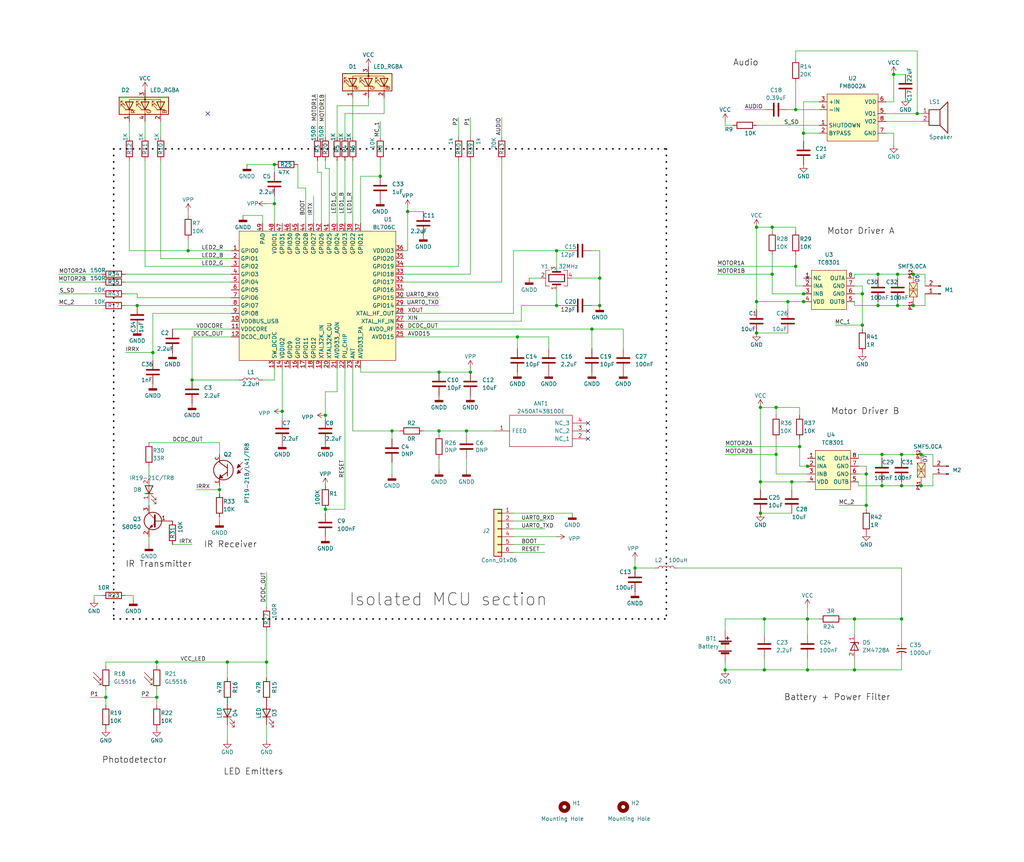
<source format=kicad_sch>
(kicad_sch (version 20230121) (generator eeschema)
  (paper "User" 331.8 279.4)
  (junction (at 260.35 97.79))
  (junction (at 292.1 157.48))
  (junction (at 298.45 157.48))
  (junction (at 132.08 68.58))
  (junction (at 257.81 86.36))
  (junction (at 152.4 120.65))
  (junction (at 276.86 200.66))
  (junction (at 34.29 226.06))
  (junction (at 256.54 156.21))
  (junction (at 88.9 53.34))
  (junction (at 246.38 166.37))
  (junction (at 251.46 147.32))
  (junction (at 290.83 88.9))
  (junction (at 279.4 95.25))
  (junction (at 298.45 147.32))
  (junction (at 105.41 165.1))
  (junction (at 297.18 36.83))
  (junction (at 247.65 217.17))
  (junction (at 260.35 43.18))
  (junction (at 62.23 123.19))
  (junction (at 250.19 73.66))
  (junction (at 105.41 134.62))
  (junction (at 245.11 107.95))
  (junction (at 260.35 95.25))
  (junction (at 289.56 24.13))
  (junction (at 91.44 133.35))
  (junction (at 205.74 184.15))
  (junction (at 246.38 132.08))
  (junction (at 261.62 217.17))
  (junction (at 194.31 99.06))
  (junction (at 88.9 66.04))
  (junction (at 245.11 97.79))
  (junction (at 261.62 200.66))
  (junction (at 49.53 114.3))
  (junction (at 279.4 105.41))
  (junction (at 234.95 217.17))
  (junction (at 86.36 214.63))
  (junction (at 245.11 73.66))
  (junction (at 285.75 157.48))
  (junction (at 151.13 139.7))
  (junction (at 142.24 120.65))
  (junction (at 261.62 151.13))
  (junction (at 191.77 106.68))
  (junction (at 251.46 132.08))
  (junction (at 259.08 144.78))
  (junction (at 295.91 88.9))
  (junction (at 71.12 158.75))
  (junction (at 73.66 214.63))
  (junction (at 246.38 156.21))
  (junction (at 180.34 81.28))
  (junction (at 44.45 99.06))
  (junction (at 292.1 200.66))
  (junction (at 247.65 200.66))
  (junction (at 280.67 153.67))
  (junction (at 167.64 109.22))
  (junction (at 255.27 97.79))
  (junction (at 292.1 147.32))
  (junction (at 285.75 147.32))
  (junction (at 142.24 139.7))
  (junction (at 60.96 81.28))
  (junction (at 290.83 99.06))
  (junction (at 284.48 99.06))
  (junction (at 295.91 99.06))
  (junction (at 250.19 88.9))
  (junction (at 50.8 214.63))
  (junction (at 280.67 163.83))
  (junction (at 127 139.7))
  (junction (at 257.81 35.56))
  (junction (at 123.19 57.15))
  (junction (at 50.8 226.06))
  (junction (at 276.86 217.17))
  (junction (at 180.34 99.06))
  (junction (at 194.31 90.17))
  (junction (at 284.48 88.9))
  (no_connect (at 67.31 36.83))
  (no_connect (at 190.5 137.16))
  (no_connect (at 190.5 142.24))
  (no_connect (at 190.5 139.7))
  (no_connect (at 97.79 -105.41))
  (no_connect (at 261.62 90.17))
  (wire (pts (xy 292.1 213.36) (xy 292.1 217.17)))
  (wire (pts (xy 276.86 95.25) (xy 279.4 95.25)))
  (wire (pts (xy 111.76 119.38) (xy 111.76 165.1)))
  (wire (pts (xy 34.29 226.06) (xy 34.29 223.52)))
  (wire (pts (xy 276.86 99.06) (xy 276.86 97.79)))
  (wire (pts (xy 177.8 109.22) (xy 177.8 113.03)))
  (wire (pts (xy 46.99 86.36) (xy 74.93 86.36)))
  (wire (pts (xy 105.41 54.61) (xy 106.68 54.61)))
  (wire (pts (xy 255.27 35.56) (xy 257.81 35.56)))
  (wire (pts (xy 279.4 92.71) (xy 279.4 95.25)))
  (wire (pts (xy 257.81 35.56) (xy 265.43 35.56)))
  (wire (pts (xy 185.42 90.17) (xy 194.31 90.17)))
  (wire (pts (xy 55.88 106.68) (xy 74.93 106.68)))
  (wire (pts (xy 234.95 217.17) (xy 247.65 217.17)))
  (wire (pts (xy 49.53 101.6) (xy 74.93 101.6)))
  (wire (pts (xy 184.15 99.06) (xy 180.34 99.06)))
  (wire (pts (xy 276.86 200.66) (xy 276.86 205.74)))
  (wire (pts (xy 46.99 44.45) (xy 46.99 39.37)))
  (wire (pts (xy 284.48 99.06) (xy 290.83 99.06)))
  (wire (pts (xy 96.52 53.34) (xy 96.52 60.96)))
  (wire (pts (xy 168.91 99.06) (xy 180.34 99.06)))
  (wire (pts (xy 88.9 63.5) (xy 88.9 66.04)))
  (wire (pts (xy 50.8 214.63) (xy 34.29 214.63)))
  (wire (pts (xy 116.84 57.15) (xy 116.84 72.39)))
  (wire (pts (xy 105.41 134.62) (xy 105.41 135.89)))
  (wire (pts (xy 234.95 147.32) (xy 251.46 147.32)))
  (wire (pts (xy 19.05 88.9) (xy 33.02 88.9)))
  (wire (pts (xy 85.09 72.39) (xy 85.09 69.85)))
  (wire (pts (xy 162.56 52.07) (xy 162.56 91.44)))
  (wire (pts (xy 60.96 68.58) (xy 60.96 69.85)))
  (wire (pts (xy 104.14 55.88) (xy 104.14 72.39)))
  (wire (pts (xy 257.81 26.67) (xy 257.81 35.56)))
  (wire (pts (xy 114.3 31.75) (xy 114.3 44.45)))
  (wire (pts (xy 130.81 88.9) (xy 152.4 88.9)))
  (wire (pts (xy 151.13 139.7) (xy 151.13 140.97)))
  (wire (pts (xy 292.1 157.48) (xy 292.1 156.21)))
  (wire (pts (xy 19.05 99.06) (xy 33.02 99.06)))
  (wire (pts (xy 287.02 36.83) (xy 297.18 36.83)))
  (wire (pts (xy 246.38 166.37) (xy 256.54 166.37)))
  (wire (pts (xy 105.41 127) (xy 105.41 134.62)))
  (wire (pts (xy 102.87 30.48) (xy 102.87 44.45)))
  (polyline (pts (xy 36.83 48.26) (xy 36.83 200.66)) (stroke (width 0.5) (type dot) (color 0 0 0 1)))
  (wire (pts (xy 234.95 39.37) (xy 234.95 40.64)))
  (wire (pts (xy 46.99 52.07) (xy 46.99 86.36)))
  (wire (pts (xy 40.64 95.25) (xy 44.45 95.25)))
  (wire (pts (xy 71.12 158.75) (xy 71.12 157.48)))
  (wire (pts (xy 285.75 147.32) (xy 285.75 148.59)))
  (wire (pts (xy 279.4 105.41) (xy 279.4 106.68)))
  (wire (pts (xy 257.81 92.71) (xy 260.35 92.71)))
  (wire (pts (xy 105.41 52.07) (xy 105.41 54.61)))
  (wire (pts (xy 105.41 127) (xy 109.22 127)))
  (wire (pts (xy 130.81 96.52) (xy 142.24 96.52)))
  (wire (pts (xy 62.23 109.22) (xy 74.93 109.22)))
  (wire (pts (xy 50.8 214.63) (xy 73.66 214.63)))
  (wire (pts (xy 127 142.24) (xy 127 139.7)))
  (wire (pts (xy 127 139.7) (xy 129.54 139.7)))
  (wire (pts (xy 289.56 24.13) (xy 293.37 24.13)))
  (wire (pts (xy 166.37 176.53) (xy 176.53 176.53)))
  (wire (pts (xy 101.6 63.5) (xy 101.6 72.39)))
  (wire (pts (xy 280.67 163.83) (xy 280.67 165.1)))
  (wire (pts (xy 261.62 90.17) (xy 260.35 90.17)))
  (wire (pts (xy 80.01 53.34) (xy 88.9 53.34)))
  (wire (pts (xy 259.08 142.24) (xy 259.08 144.78)))
  (wire (pts (xy 86.36 204.47) (xy 86.36 214.63)))
  (wire (pts (xy 191.77 106.68) (xy 191.77 113.03)))
  (wire (pts (xy 180.34 81.28) (xy 180.34 86.36)))
  (wire (pts (xy 285.75 157.48) (xy 285.75 156.21)))
  (wire (pts (xy 261.62 200.66) (xy 261.62 205.74)))
  (wire (pts (xy 284.48 99.06) (xy 284.48 97.79)))
  (wire (pts (xy 91.44 119.38) (xy 91.44 133.35)))
  (wire (pts (xy 44.45 99.06) (xy 74.93 99.06)))
  (wire (pts (xy 166.37 179.07) (xy 176.53 179.07)))
  (wire (pts (xy 262.89 151.13) (xy 261.62 151.13)))
  (wire (pts (xy 55.88 176.53) (xy 62.23 176.53)))
  (wire (pts (xy 287.02 33.02) (xy 289.56 33.02)))
  (polyline (pts (xy 215.9 48.26) (xy 215.9 200.66)) (stroke (width 0.5) (type dot) (color 0 0 0 1)))
  (wire (pts (xy 247.65 213.36) (xy 247.65 217.17)))
  (wire (pts (xy 30.48 193.04) (xy 33.02 193.04)))
  (wire (pts (xy 280.67 153.67) (xy 280.67 163.83)))
  (wire (pts (xy 205.74 184.15) (xy 212.09 184.15)))
  (wire (pts (xy 166.37 166.37) (xy 185.42 166.37)))
  (wire (pts (xy 241.3 35.56) (xy 247.65 35.56)))
  (wire (pts (xy 114.3 139.7) (xy 114.3 119.38)))
  (wire (pts (xy 278.13 153.67) (xy 280.67 153.67)))
  (wire (pts (xy 302.26 151.13) (xy 302.26 147.32)))
  (wire (pts (xy 285.75 147.32) (xy 292.1 147.32)))
  (wire (pts (xy 52.07 44.45) (xy 52.07 39.37)))
  (wire (pts (xy 234.95 214.63) (xy 234.95 217.17)))
  (wire (pts (xy 85.09 69.85) (xy 78.74 69.85)))
  (wire (pts (xy 219.71 184.15) (xy 292.1 184.15)))
  (wire (pts (xy 279.4 95.25) (xy 279.4 105.41)))
  (wire (pts (xy 114.3 139.7) (xy 127 139.7)))
  (wire (pts (xy 257.81 16.51) (xy 257.81 19.05)))
  (wire (pts (xy 45.72 226.06) (xy 50.8 226.06)))
  (wire (pts (xy 63.5 158.75) (xy 71.12 158.75)))
  (wire (pts (xy 278.13 157.48) (xy 285.75 157.48)))
  (wire (pts (xy 295.91 99.06) (xy 299.72 99.06)))
  (wire (pts (xy 162.56 38.1) (xy 162.56 44.45)))
  (wire (pts (xy 49.53 116.84) (xy 49.53 114.3)))
  (wire (pts (xy 48.26 151.13) (xy 48.26 154.94)))
  (wire (pts (xy 105.41 165.1) (xy 105.41 166.37)))
  (wire (pts (xy 276.86 92.71) (xy 279.4 92.71)))
  (wire (pts (xy 40.64 114.3) (xy 49.53 114.3)))
  (wire (pts (xy 292.1 200.66) (xy 292.1 208.28)))
  (wire (pts (xy 247.65 217.17) (xy 261.62 217.17)))
  (wire (pts (xy 261.62 95.25) (xy 260.35 95.25)))
  (wire (pts (xy 166.37 168.91) (xy 176.53 168.91)))
  (wire (pts (xy 130.81 106.68) (xy 191.77 106.68)))
  (wire (pts (xy 245.11 107.95) (xy 255.27 107.95)))
  (wire (pts (xy 302.26 153.67) (xy 302.26 157.48)))
  (wire (pts (xy 130.81 81.28) (xy 132.08 81.28)))
  (wire (pts (xy 166.37 171.45) (xy 176.53 171.45)))
  (wire (pts (xy 245.11 97.79) (xy 245.11 73.66)))
  (wire (pts (xy 60.96 81.28) (xy 74.93 81.28)))
  (wire (pts (xy 292.1 184.15) (xy 292.1 200.66)))
  (wire (pts (xy 71.12 168.91) (xy 71.12 167.64)))
  (wire (pts (xy 130.81 99.06) (xy 142.24 99.06)))
  (wire (pts (xy 130.81 109.22) (xy 167.64 109.22)))
  (wire (pts (xy 290.83 88.9) (xy 290.83 90.17)))
  (wire (pts (xy 111.76 36.83) (xy 111.76 44.45)))
  (wire (pts (xy 123.19 57.15) (xy 116.84 57.15)))
  (wire (pts (xy 276.86 88.9) (xy 284.48 88.9)))
  (wire (pts (xy 292.1 147.32) (xy 292.1 148.59)))
  (wire (pts (xy 71.12 143.51) (xy 71.12 147.32)))
  (wire (pts (xy 292.1 217.17) (xy 276.86 217.17)))
  (wire (pts (xy 60.96 77.47) (xy 60.96 81.28)))
  (wire (pts (xy 247.65 200.66) (xy 261.62 200.66)))
  (wire (pts (xy 256.54 156.21) (xy 256.54 158.75)))
  (wire (pts (xy 261.62 97.79) (xy 260.35 97.79)))
  (wire (pts (xy 88.9 123.19) (xy 85.09 123.19)))
  (wire (pts (xy 99.06 60.96) (xy 99.06 72.39)))
  (wire (pts (xy 290.83 99.06) (xy 290.83 97.79)))
  (wire (pts (xy 167.64 109.22) (xy 177.8 109.22)))
  (wire (pts (xy 278.13 157.48) (xy 278.13 156.21)))
  (wire (pts (xy 124.46 36.83) (xy 111.76 36.83)))
  (wire (pts (xy 48.26 162.56) (xy 48.26 163.83)))
  (wire (pts (xy 261.62 200.66) (xy 265.43 200.66)))
  (wire (pts (xy 19.05 95.25) (xy 33.02 95.25)))
  (wire (pts (xy 29.21 226.06) (xy 34.29 226.06)))
  (wire (pts (xy 148.59 38.1) (xy 148.59 44.45)))
  (wire (pts (xy 284.48 88.9) (xy 284.48 90.17)))
  (wire (pts (xy 73.66 219.71) (xy 73.66 214.63)))
  (wire (pts (xy 250.19 95.25) (xy 250.19 88.9)))
  (wire (pts (xy 284.48 88.9) (xy 290.83 88.9)))
  (polyline (pts (xy 36.83 48.26) (xy 215.9 48.26)) (stroke (width 0.5) (type dot) (color 0 0 0 1)))
  (wire (pts (xy 287.02 43.18) (xy 289.56 43.18)))
  (wire (pts (xy 276.86 99.06) (xy 284.48 99.06)))
  (wire (pts (xy 201.93 106.68) (xy 201.93 113.03)))
  (wire (pts (xy 247.65 200.66) (xy 247.65 205.74)))
  (wire (pts (xy 271.78 163.83) (xy 280.67 163.83)))
  (wire (pts (xy 106.68 54.61) (xy 106.68 72.39)))
  (wire (pts (xy 255.27 97.79) (xy 255.27 100.33)))
  (wire (pts (xy 257.81 82.55) (xy 257.81 86.36)))
  (wire (pts (xy 86.36 214.63) (xy 86.36 219.71)))
  (wire (pts (xy 44.45 96.52) (xy 74.93 96.52)))
  (wire (pts (xy 40.64 88.9) (xy 74.93 88.9)))
  (wire (pts (xy 167.64 109.22) (xy 167.64 113.03)))
  (wire (pts (xy 259.08 151.13) (xy 261.62 151.13)))
  (wire (pts (xy 43.18 194.31) (xy 43.18 193.04)))
  (wire (pts (xy 43.18 193.04) (xy 40.64 193.04)))
  (wire (pts (xy 52.07 52.07) (xy 52.07 83.82)))
  (wire (pts (xy 270.51 105.41) (xy 279.4 105.41)))
  (wire (pts (xy 105.41 30.48) (xy 105.41 44.45)))
  (wire (pts (xy 205.74 181.61) (xy 205.74 184.15)))
  (wire (pts (xy 276.86 213.36) (xy 276.86 217.17)))
  (wire (pts (xy 52.07 83.82) (xy 74.93 83.82)))
  (wire (pts (xy 250.19 73.66) (xy 257.81 73.66)))
  (wire (pts (xy 285.75 157.48) (xy 292.1 157.48)))
  (wire (pts (xy 250.19 95.25) (xy 260.35 95.25)))
  (wire (pts (xy 102.87 52.07) (xy 102.87 55.88)))
  (wire (pts (xy 194.31 81.28) (xy 194.31 90.17)))
  (wire (pts (xy 152.4 52.07) (xy 152.4 88.9)))
  (wire (pts (xy 123.19 52.07) (xy 123.19 57.15)))
  (wire (pts (xy 30.48 194.31) (xy 30.48 193.04)))
  (wire (pts (xy 88.9 119.38) (xy 88.9 123.19)))
  (wire (pts (xy 246.38 158.75) (xy 246.38 156.21)))
  (wire (pts (xy 297.18 36.83) (xy 298.45 36.83)))
  (wire (pts (xy 191.77 99.06) (xy 194.31 99.06)))
  (wire (pts (xy 298.45 147.32) (xy 302.26 147.32)))
  (wire (pts (xy 260.35 43.18) (xy 260.35 45.72)))
  (wire (pts (xy 41.91 81.28) (xy 60.96 81.28)))
  (wire (pts (xy 295.91 88.9) (xy 299.72 88.9)))
  (wire (pts (xy 151.13 139.7) (xy 160.02 139.7)))
  (wire (pts (xy 259.08 144.78) (xy 259.08 151.13)))
  (wire (pts (xy 40.64 99.06) (xy 44.45 99.06)))
  (wire (pts (xy 276.86 217.17) (xy 261.62 217.17)))
  (wire (pts (xy 130.81 91.44) (xy 162.56 91.44)))
  (wire (pts (xy 49.53 114.3) (xy 49.53 101.6)))
  (wire (pts (xy 257.81 74.93) (xy 257.81 73.66)))
  (wire (pts (xy 132.08 68.58) (xy 132.08 81.28)))
  (wire (pts (xy 116.84 120.65) (xy 116.84 119.38)))
  (wire (pts (xy 299.72 99.06) (xy 299.72 95.25)))
  (wire (pts (xy 73.66 214.63) (xy 86.36 214.63)))
  (wire (pts (xy 41.91 44.45) (xy 41.91 39.37)))
  (wire (pts (xy 298.45 157.48) (xy 302.26 157.48)))
  (wire (pts (xy 257.81 86.36) (xy 257.81 92.71)))
  (wire (pts (xy 142.24 152.4) (xy 142.24 148.59)))
  (wire (pts (xy 34.29 228.6) (xy 34.29 226.06)))
  (wire (pts (xy 246.38 132.08) (xy 251.46 132.08)))
  (wire (pts (xy 132.08 68.58) (xy 137.16 68.58)))
  (wire (pts (xy 299.72 88.9) (xy 299.72 92.71)))
  (wire (pts (xy 88.9 53.34) (xy 88.9 55.88)))
  (wire (pts (xy 152.4 119.38) (xy 152.4 120.65)))
  (wire (pts (xy 276.86 88.9) (xy 276.86 90.17)))
  (wire (pts (xy 50.8 228.6) (xy 50.8 226.06)))
  (wire (pts (xy 71.12 160.02) (xy 71.12 158.75)))
  (wire (pts (xy 292.1 147.32) (xy 298.45 147.32)))
  (wire (pts (xy 245.11 40.64) (xy 265.43 40.64)))
  (wire (pts (xy 111.76 52.07) (xy 111.76 72.39)))
  (wire (pts (xy 142.24 139.7) (xy 151.13 139.7)))
  (wire (pts (xy 289.56 43.18) (xy 289.56 46.99)))
  (wire (pts (xy 102.87 55.88) (xy 104.14 55.88)))
  (wire (pts (xy 180.34 93.98) (xy 180.34 99.06)))
  (wire (pts (xy 142.24 120.65) (xy 152.4 120.65)))
  (wire (pts (xy 124.46 31.75) (xy 124.46 36.83)))
  (wire (pts (xy 168.91 99.06) (xy 168.91 104.14)))
  (wire (pts (xy 251.46 132.08) (xy 251.46 134.62)))
  (wire (pts (xy 234.95 40.64) (xy 237.49 40.64)))
  (wire (pts (xy 259.08 132.08) (xy 259.08 134.62)))
  (wire (pts (xy 232.41 86.36) (xy 257.81 86.36)))
  (wire (pts (xy 297.18 16.51) (xy 257.81 16.51)))
  (wire (pts (xy 105.41 165.1) (xy 111.76 165.1)))
  (wire (pts (xy 245.11 97.79) (xy 255.27 97.79)))
  (wire (pts (xy 119.38 31.75) (xy 119.38 34.29)))
  (wire (pts (xy 62.23 109.22) (xy 62.23 123.19)))
  (wire (pts (xy 287.02 39.37) (xy 298.45 39.37)))
  (wire (pts (xy 40.64 91.44) (xy 74.93 91.44)))
  (wire (pts (xy 166.37 101.6) (xy 166.37 81.28)))
  (wire (pts (xy 86.36 66.04) (xy 88.9 66.04)))
  (polyline (pts (xy 36.83 200.66) (xy 215.9 200.66)) (stroke (width 0.5) (type dot) (color 0 0 0 1)))
  (wire (pts (xy 62.23 123.19) (xy 77.47 123.19)))
  (wire (pts (xy 44.45 95.25) (xy 44.45 96.52)))
  (wire (pts (xy 290.83 99.06) (xy 295.91 99.06)))
  (wire (pts (xy 251.46 142.24) (xy 251.46 147.32)))
  (wire (pts (xy 19.05 91.44) (xy 33.02 91.44)))
  (wire (pts (xy 180.34 173.99) (xy 166.37 173.99)))
  (wire (pts (xy 41.91 52.07) (xy 41.91 81.28)))
  (wire (pts (xy 245.11 73.66) (xy 250.19 73.66)))
  (wire (pts (xy 234.95 200.66) (xy 234.95 204.47)))
  (wire (pts (xy 261.62 217.17) (xy 261.62 213.36)))
  (wire (pts (xy 191.77 106.68) (xy 201.93 106.68)))
  (wire (pts (xy 276.86 200.66) (xy 292.1 200.66)))
  (wire (pts (xy 119.38 34.29) (xy 109.22 34.29)))
  (wire (pts (xy 278.13 147.32) (xy 278.13 148.59)))
  (wire (pts (xy 116.84 120.65) (xy 142.24 120.65)))
  (wire (pts (xy 250.19 82.55) (xy 250.19 88.9)))
  (wire (pts (xy 175.26 90.17) (xy 171.45 90.17)))
  (wire (pts (xy 114.3 52.07) (xy 114.3 72.39)))
  (wire (pts (xy 130.81 101.6) (xy 166.37 101.6)))
  (wire (pts (xy 86.36 240.03) (xy 86.36 234.95)))
  (wire (pts (xy 142.24 139.7) (xy 142.24 140.97)))
  (wire (pts (xy 73.66 240.03) (xy 73.66 234.95)))
  (wire (pts (xy 297.18 36.83) (xy 297.18 16.51)))
  (wire (pts (xy 48.26 143.51) (xy 71.12 143.51)))
  (wire (pts (xy 256.54 156.21) (xy 261.62 156.21)))
  (wire (pts (xy 180.34 81.28) (xy 184.15 81.28)))
  (wire (pts (xy 96.52 60.96) (xy 99.06 60.96)))
  (wire (pts (xy 234.95 144.78) (xy 259.08 144.78)))
  (wire (pts (xy 151.13 148.59) (xy 151.13 152.4)))
  (wire (pts (xy 50.8 226.06) (xy 50.8 223.52)))
  (wire (pts (xy 265.43 33.02) (xy 260.35 33.02)))
  (wire (pts (xy 234.95 200.66) (xy 247.65 200.66)))
  (wire (pts (xy 109.22 34.29) (xy 109.22 44.45)))
  (wire (pts (xy 292.1 157.48) (xy 298.45 157.48)))
  (wire (pts (xy 245.11 100.33) (xy 245.11 97.79)))
  (wire (pts (xy 191.77 81.28) (xy 194.31 81.28)))
  (wire (pts (xy 278.13 147.32) (xy 285.75 147.32)))
  (wire (pts (xy 251.46 132.08) (xy 259.08 132.08)))
  (wire (pts (xy 166.37 81.28) (xy 180.34 81.28)))
  (wire (pts (xy 260.35 43.18) (xy 265.43 43.18)))
  (wire (pts (xy 148.59 52.07) (xy 148.59 86.36)))
  (wire (pts (xy 132.08 67.31) (xy 132.08 68.58)))
  (wire (pts (xy 194.31 90.17) (xy 194.31 99.06)))
  (wire (pts (xy 123.19 39.37) (xy 123.19 44.45)))
  (wire (pts (xy 109.22 52.07) (xy 109.22 72.39)))
  (wire (pts (xy 278.13 151.13) (xy 280.67 151.13)))
  (wire (pts (xy 50.8 215.9) (xy 50.8 214.63)))
  (wire (pts (xy 280.67 151.13) (xy 280.67 153.67)))
  (wire (pts (xy 246.38 156.21) (xy 256.54 156.21)))
  (wire (pts (xy 48.26 176.53) (xy 48.26 173.99)))
  (wire (pts (xy 142.24 139.7) (xy 137.16 139.7)))
  (wire (pts (xy 130.81 104.14) (xy 168.91 104.14)))
  (wire (pts (xy 91.44 133.35) (xy 91.44 135.89)))
  (wire (pts (xy 152.4 38.1) (xy 152.4 44.45)))
  (wire (pts (xy 130.81 86.36) (xy 148.59 86.36)))
  (wire (pts (xy 261.62 196.85) (xy 261.62 200.66)))
  (wire (pts (xy 250.19 74.93) (xy 250.19 73.66)))
  (wire (pts (xy 251.46 153.67) (xy 251.46 147.32)))
  (wire (pts (xy 246.38 156.21) (xy 246.38 132.08)))
  (wire (pts (xy 232.41 88.9) (xy 250.19 88.9)))
  (wire (pts (xy 88.9 66.04) (xy 88.9 72.39)))
  (wire (pts (xy 273.05 200.66) (xy 276.86 200.66)))
  (wire (pts (xy 127 153.67) (xy 127 149.86)))
  (wire (pts (xy 251.46 153.67) (xy 261.62 153.67)))
  (wire (pts (xy 34.29 214.63) (xy 34.29 215.9)))
  (wire (pts (xy 86.36 185.42) (xy 86.36 196.85)))
  (wire (pts (xy 260.35 33.02) (xy 260.35 43.18)))
  (wire (pts (xy 255.27 97.79) (xy 260.35 97.79)))
  (wire (pts (xy 289.56 24.13) (xy 289.56 33.02)))
  (wire (pts (xy 109.22 119.38) (xy 109.22 127)))
  (wire (pts (xy 290.83 88.9) (xy 295.91 88.9)))
  (text "Photodetector" (at 33.02 247.65 0) (effects (font (size 2 2)) (justify left bottom)))
  (text "Audio" (at 237.49 21.59 0) (effects (font (size 2 2)) (justify left bottom)))
  (text "LED Emitters" (at 72.39 251.46 0) (effects (font (size 2 2)) (justify left bottom)))
  (text "Motor Driver A" (at 267.97 76.2 0) (effects (font (size 2 2)) (justify left bottom)))
  (text "Battery + Power Filter" (at 254 227.33 0) (effects (font (size 2 2)) (justify left bottom)))
  (text "Isolated MCU section" (at 113.03 196.85 0) (effects (font (size 4 4)) (justify left bottom)))
  (text "IR Transmitter" (at 40.64 184.15 0) (effects (font (size 2 2)) (justify left bottom)))
  (text "Motor Driver B" (at 269.24 134.62 0) (effects (font (size 2 2)) (justify left bottom)))
  (text "IR Receiver" (at 66.04 177.8 0) (effects (font (size 2 2)) (justify left bottom)))
  (label "MC_1" (at 270.51 105.41 0))
  (label "P1" (at 29.21 226.06 0))
  (label "RESET" (at 111.76 154.94 90))
  (label "IRRX" (at 63.5 158.75 0))
  (label "LED2_G" (at 72.39 86.36 180))
  (label "MOTOR2A" (at 234.95 144.78 0))
  (label "P2" (at 148.59 38.1 270))
  (label "AUDIO" (at 162.56 38.1 270))
  (label "MC_1" (at 123.19 39.37 270))
  (label "MOTOR2A" (at 27.94 88.9 180))
  (label "IRTX" (at 62.23 176.53 180))
  (label "MOTOR2B" (at 234.95 147.32 0))
  (label "AUDIO" (at 241.3 35.56 0))
  (label "UART0_TXD" (at 142.24 99.06 180))
  (label "MOTOR1A" (at 102.87 30.48 270))
  (label "LED2_B" (at 72.39 83.82 180))
  (label "AVDD15" (at 132.08 109.22 0))
  (label "P2" (at 45.72 226.06 0))
  (label "LED1_B" (at 111.76 62.23 270))
  (label "LED1_G" (at 109.22 62.23 270))
  (label "UART0_RXD" (at 142.24 96.52 180))
  (label "BOOT" (at 168.91 176.53 0))
  (label "UART0_TXD" (at 168.91 171.45 0))
  (label "MOTOR1A" (at 232.41 86.36 0))
  (label "VCC_LED" (at 58.42 214.63 0))
  (label "P1" (at 152.4 38.1 270))
  (label "IRRX" (at 40.64 114.3 0))
  (label "DCDC_OUT" (at 72.39 109.22 180))
  (label "DCDC_OUT" (at 55.88 143.51 0))
  (label "LED1_R" (at 114.3 62.23 270))
  (label "MC_2" (at 24.13 99.06 180))
  (label "S_SD" (at 24.13 95.25 180))
  (label "MOTOR1B" (at 105.41 30.48 270))
  (label "UART0_RXD" (at 168.91 168.91 0))
  (label "MOTOR1B" (at 232.41 88.9 0))
  (label "S_SD" (at 254 40.64 0))
  (label "VDDCORE" (at 72.39 106.68 180))
  (label "XIN" (at 132.08 104.14 0))
  (label "MOTOR2B" (at 27.94 91.44 180))
  (label "IRTX" (at 101.6 69.85 90))
  (label "LED2_R" (at 72.39 81.28 180))
  (label "DCDC_OUT" (at 132.08 106.68 0))
  (label "BOOT" (at 99.06 69.85 90))
  (label "RESET" (at 168.91 179.07 0))
  (label "DCDC_OUT" (at 86.36 185.42 270))
  (label "MC_2" (at 276.86 163.83 180))
  (label "XOUT" (at 132.08 101.6 0))
  (symbol (lib_id "Device:R") (at 55.88 172.72 180) (unit 1)
    (property "Reference" "R31" (at 55.88 172.72 90))
    (property "Value" "10K" (at 58.42 168.91 90) (effects (justify left)))
    (property "Footprint" "Resistor_SMD:R_0402_1005Metric" (effects hide))
    (property "LCSC" "C25744" (effects hide))
  )
  (symbol (lib_id "Device:C") (at 167.64 116.84 0) (unit 1)
    (property "Reference" "C14" (at 170.18 115.57 0) (effects (justify left)))
    (property "Value" "10pF" (at 170.18 118.11 0) (effects (justify left)))
    (property "Footprint" "Capacitor_SMD:C_0402_1005Metric" (effects hide))
    (property "LCSC" "C32949" (effects hide))
  )
  (symbol (lib_id "Sensor_Optical:A9050") (at 50.8 219.71 0) (unit 1)
    (property "Reference" "R21" (at 53.34 218.4399 0) (effects (justify left)))
    (property "Value" "GL5516" (at 53.34 220.9799 0) (effects (justify left)))
    (property "Footprint" "OptoDevice:R_LDR_5.0x4.1mm_P3mm_Vertical" (effects hide))
    (property "Datasheet" "http://cdn-reichelt.de/documents/datenblatt/A500/A90xxxx%23PE.pdf" (effects hide))
  )
  (symbol (lib_id "power:GNDD") (at 123.19 64.77 0) (unit 1)
    (property "Reference" "#PWR033" (effects hide))
    (property "Value" "GNDD" (at 123.19 68.58 0))
  )
  (symbol (lib_id "power:GNDD") (at 177.8 120.65 0) (unit 1)
    (property "Reference" "#PWR039" (effects hide))
    (property "Value" "GNDD" (at 177.8 124.46 0))
  )
  (symbol (lib_id "Device:R") (at 41.91 48.26 0) (unit 1)
    (property "Reference" "R12" (at 41.91 48.26 90))
    (property "Value" "1K" (at 40.64 45.72 90) (effects (justify left)))
    (property "Footprint" "Resistor_SMD:R_0402_1005Metric" (effects hide))
    (property "LCSC" "C11702" (effects hide))
  )
  (symbol (lib_id "BL702 Robot:8002B") (at 275.59 36.83 0) (unit 1)
    (property "Reference" "U2" (at 276.225 25.4 0))
    (property "Value" "FM8002A" (at 276.225 27.94 0))
    (property "Footprint" "Package_SO:SOP-8_3.9x4.9mm_P1.27mm" (effects hide))
    (property "LCSC" "C94625" (effects hide))
  )
  (symbol (lib_id "power:GNDD") (at 49.53 124.46 0) (unit 1)
    (property "Reference" "#PWR025" (effects hide))
    (property "Value" "GNDD" (at 49.53 128.27 0))
  )
  (symbol (lib_id "Device:C") (at 137.16 72.39 180) (unit 1)
    (property "Reference" "C11" (at 140.97 69.85 0) (effects (justify left)))
    (property "Value" "2.2uF" (at 138.43 74.93 0) (effects (justify left)))
    (property "Footprint" "Capacitor_SMD:C_0402_1005Metric" (effects hide))
    (property "LCSC" "C12530" (effects hide))
  )
  (symbol (lib_id "power:GND") (at 73.66 240.03 0) (unit 1)
    (property "Reference" "#PWR040" (effects hide))
    (property "Value" "GND" (at 73.66 243.84 0))
  )
  (symbol (lib_id "Device:R") (at 250.19 78.74 0) (unit 1)
    (property "Reference" "R28" (at 251.46 77.47 0) (effects (justify left)))
    (property "Value" "10K" (at 251.46 80.01 0) (effects (justify left)))
    (property "Footprint" "Resistor_SMD:R_0402_1005Metric" (effects hide))
    (property "LCSC" "C25744" (effects hide))
  )
  (symbol (lib_id "Device:R") (at 36.83 193.04 90) (unit 1)
    (property "Reference" "R23" (at 36.83 193.04 90))
    (property "Value" "10R" (at 35.56 190.5 90) (effects (justify left)))
    (property "Footprint" "Resistor_SMD:R_1206_3216Metric" (effects hide))
    (property "LCSC" "C326706" (effects hide))
  )
  (symbol (lib_id "Device:R") (at 102.87 48.26 180) (unit 1)
    (property "Reference" "R3" (at 102.87 48.26 90))
    (property "Value" "150R" (at 101.6 40.64 90) (effects (justify left)))
    (property "Footprint" "Resistor_SMD:R_0402_1005Metric" (effects hide))
    (property "LCSC" "C140202" (effects hide))
  )
  (symbol (lib_id "Device:R") (at 241.3 40.64 90) (unit 1)
    (property "Reference" "R9" (at 237.49 41.91 90) (effects (justify left)))
    (property "Value" "10K" (at 245.11 43.18 90) (effects (justify left)))
    (property "Footprint" "Resistor_SMD:R_0402_1005Metric" (effects hide))
    (property "LCSC" "C25744" (effects hide))
  )
  (symbol (lib_id "power:GNDD") (at 43.18 194.31 0) (unit 1)
    (property "Reference" "#PWR063" (effects hide))
    (property "Value" "GNDD" (at 43.18 198.12 0))
  )
  (symbol (lib_id "Device:R") (at 109.22 48.26 0) (unit 1)
    (property "Reference" "R5" (at 109.22 48.26 90))
    (property "Value" "1K" (at 107.95 45.72 90) (effects (justify left)))
    (property "Footprint" "Resistor_SMD:R_0402_1005Metric" (effects hide))
    (property "LCSC" "C11702" (effects hide))
  )
  (symbol (lib_id "Device:R") (at 34.29 232.41 0) (unit 1)
    (property "Reference" "R19" (at 35.56 231.14 0) (effects (justify left)))
    (property "Value" "10K" (at 35.56 233.68 0) (effects (justify left)))
    (property "Footprint" "Resistor_SMD:R_0402_1005Metric" (effects hide))
    (property "LCSC" "C25744" (effects hide))
  )
  (symbol (lib_id "power:GND") (at 293.37 31.75 0) (unit 1)
    (property "Reference" "#PWR048" (effects hide))
    (property "Value" "GND" (at 293.37 35.56 0))
  )
  (symbol (lib_id "Device:R") (at 269.24 200.66 90) (unit 1)
    (property "Reference" "R24" (at 270.51 203.2 90) (effects (justify left)))
    (property "Value" "3R" (at 270.51 198.12 90) (effects (justify left)))
    (property "Footprint" "Resistor_SMD:R_1206_3216Metric" (effects hide))
    (property "LCSC" "C3152278" (effects hide))
  )
  (symbol (lib_id "power:GNDD") (at 142.24 128.27 0) (unit 1)
    (property "Reference" "#PWR028" (effects hide))
    (property "Value" "GNDD" (at 142.24 132.08 0))
  )
  (symbol (lib_id "Device:C") (at 127 146.05 0) (unit 1)
    (property "Reference" "C4" (at 129.921 144.8816 0) (effects (justify left)))
    (property "Value" "DNP" (at 129.921 147.193 0) (effects (justify left)))
    (property "Footprint" "Capacitor_SMD:C_0402_1005Metric" (effects hide))
  )
  (symbol (lib_id "power:GNDD") (at 152.4 128.27 0) (unit 1)
    (property "Reference" "#PWR031" (effects hide))
    (property "Value" "GNDD" (at 152.4 132.08 0))
  )
  (symbol (lib_id "Device:C") (at 246.38 162.56 0) (unit 1)
    (property "Reference" "C25" (at 248.92 161.29 0) (effects (justify left)))
    (property "Value" "10uF" (at 248.92 163.83 0) (effects (justify left)))
    (property "Footprint" "Capacitor_SMD:C_0603_1608Metric" (effects hide))
    (property "LCSC" "C96446" (effects hide))
  )
  (symbol (lib_id "power:GND") (at 34.29 236.22 0) (unit 1)
    (property "Reference" "#PWR051" (effects hide))
    (property "Value" "GND" (at 34.29 240.03 0))
  )
  (symbol (lib_id "SMF5.0CA:SMF5.0CA") (at 295.91 93.98 90) (unit 1)
    (property "Reference" "D6" (at 297.18 88.9 0) (effects (justify right)))
    (property "Value" "SMF5.0CA" (at 290.83 86.36 90) (effects (justify right)))
    (property "Footprint" "USES_Library:SOD-123FL" (effects hide))
    (property "LCSC" "C320548" (effects hide))
  )
  (symbol (lib_id "power:GNDD") (at 127 153.67 0) (unit 1)
    (property "Reference" "#PWR09" (effects hide))
    (property "Value" "GNDD" (at 127 157.48 0))
  )
  (symbol (lib_id "Device:C") (at 290.83 93.98 0) (unit 1)
    (property "Reference" "C32" (at 287.02 91.44 0) (effects (justify left)))
    (property "Value" "100nF" (at 288.29 96.52 0) (effects (justify left)))
    (property "Footprint" "Capacitor_SMD:C_0402_1005Metric" (effects hide))
    (property "LCSC" "C307331" (effects hide))
  )
  (symbol (lib_id "power:VCC") (at 46.99 29.21 0) (unit 1)
    (property "Reference" "#PWR03" (effects hide))
    (property "Value" "VCC" (at 46.99 25.4 0))
  )
  (symbol (lib_id "Device:R") (at 86.36 223.52 0) (unit 1)
    (property "Reference" "R15" (at 88.9 224.79 90) (effects (justify left)))
    (property "Value" "47R" (at 83.82 224.79 90) (effects (justify left)))
    (property "Footprint" "Resistor_SMD:R_0402_1005Metric" (effects hide))
    (property "LCSC" "C284589" (effects hide))
  )
  (symbol (lib_id "Device:C") (at 105.41 139.7 0) (unit 1)
    (property "Reference" "C8" (at 105.41 137.16 0) (effects (justify left)))
    (property "Value" "2.2uF" (at 105.41 142.24 0) (effects (justify left)))
    (property "Footprint" "Capacitor_SMD:C_0402_1005Metric" (effects hide))
    (property "LCSC" "C12530" (effects hide))
  )
  (symbol (lib_id "Device:R") (at 257.81 78.74 0) (unit 1)
    (property "Reference" "R29" (at 259.08 77.47 0) (effects (justify left)))
    (property "Value" "10K" (at 259.08 80.01 0) (effects (justify left)))
    (property "Footprint" "Resistor_SMD:R_0402_1005Metric" (effects hide))
    (property "LCSC" "C25744" (effects hide))
  )
  (symbol (lib_id "Device:C") (at 284.48 93.98 0) (unit 1)
    (property "Reference" "C30" (at 280.67 91.44 0) (effects (justify left)))
    (property "Value" "100nF" (at 281.94 96.52 0) (effects (justify left)))
    (property "Footprint" "Capacitor_SMD:C_0402_1005Metric" (effects hide))
    (property "LCSC" "C307331" (effects hide))
  )
  (symbol (lib_id "Device:R") (at 105.41 48.26 180) (unit 1)
    (property "Reference" "R20" (at 105.41 48.26 90))
    (property "Value" "150R" (at 104.14 40.64 90) (effects (justify left)))
    (property "Footprint" "Resistor_SMD:R_0402_1005Metric" (effects hide))
    (property "LCSC" "C140202" (effects hide))
  )
  (symbol (lib_id "Device:R") (at 279.4 110.49 0) (unit 1)
    (property "Reference" "R41" (at 280.67 109.22 0) (effects (justify left)))
    (property "Value" "1R" (at 280.67 111.76 0) (effects (justify left)))
    (property "Footprint" "Resistor_SMD:R_1206_3216Metric" (effects hide))
    (property "LCSC" "C17928" (effects hide))
  )
  (symbol (lib_id "power:GNDD") (at 55.88 114.3 0) (unit 1)
    (property "Reference" "#PWR07" (effects hide))
    (property "Value" "GNDD" (at 55.88 118.11 0))
  )
  (symbol (lib_id "Device:R") (at 60.96 73.66 0) (unit 1)
    (property "Reference" "R7" (at 62.23 72.39 0) (effects (justify left)))
    (property "Value" "10K" (at 62.23 74.93 0) (effects (justify left)))
    (property "Footprint" "Resistor_SMD:R_0402_1005Metric" (effects hide))
    (property "LCSC" "C25744" (effects hide))
  )
  (symbol (lib_id "power:GNDD") (at 48.26 176.53 0) (unit 1)
    (property "Reference" "#PWR037" (effects hide))
    (property "Value" "GNDD" (at 48.26 180.34 0))
  )
  (symbol (lib_id "power:GNDD") (at 201.93 120.65 0) (unit 1)
    (property "Reference" "#PWR049" (effects hide))
    (property "Value" "GNDD" (at 201.93 124.46 0))
  )
  (symbol (lib_id "Device:C") (at 251.46 35.56 90) (unit 1)
    (property "Reference" "C18" (at 251.46 29.21 90))
    (property "Value" "0.39uF" (at 251.46 31.75 90))
    (property "Footprint" "Capacitor_SMD:C_0603_1608Metric" (effects hide))
    (property "LCSC" "C309480" (effects hide))
  )
  (symbol (lib_id "Device:Q_NPN_BEC") (at 50.8 168.91 0) (mirror y) (unit 1)
    (property "Reference" "Q3" (at 45.72 168.275 0) (effects (justify left)))
    (property "Value" "S8050" (at 45.72 170.815 0) (effects (justify left)))
    (property "Footprint" "Package_TO_SOT_SMD:SOT-23-3" (effects hide))
    (property "LCSC" "C2926165" (effects hide))
  )
  (symbol (lib_id "power:VPP") (at 180.34 173.99 270) (unit 1)
    (property "Reference" "#PWR01" (effects hide))
    (property "Value" "VMCU" (at 184.15 174.625 90) (effects (justify left)))
  )
  (symbol (lib_id "Device:R") (at 105.41 161.29 0) (unit 1)
    (property "Reference" "R1" (at 106.68 160.02 0) (effects (justify left)))
    (property "Value" "100K" (at 102.87 163.83 90) (effects (justify left)))
    (property "Footprint" "Resistor_SMD:R_0402_1005Metric" (effects hide))
    (property "LCSC" "C208776" (effects hide))
  )
  (symbol (lib_id "Device:C") (at 44.45 102.87 0) (unit 1)
    (property "Reference" "C34" (at 43.18 107.95 90) (effects (justify left)))
    (property "Value" "1uF" (at 45.72 107.95 90) (effects (justify left)))
    (property "Footprint" "Capacitor_SMD:C_0402_1005Metric" (effects hide))
    (property "LCSC" "C52923" (effects hide))
  )
  (symbol (lib_id "SMF5.0CA:SMF5.0CA") (at 298.45 152.4 90) (unit 1)
    (property "Reference" "D7" (at 299.72 147.32 0) (effects (justify right)))
    (property "Value" "SMF5.0CA" (at 295.91 144.78 90) (effects (justify right)))
    (property "Footprint" "USES_Library:SOD-123FL" (effects hide))
    (property "LCSC" "C320548" (effects hide))
  )
  (symbol (lib_id "power:GNDD") (at 185.42 166.37 0) (unit 1)
    (property "Reference" "#PWR04" (effects hide))
    (property "Value" "GNDD" (at 185.42 170.18 0))
  )
  (symbol (lib_id "Device:R") (at 73.66 223.52 0) (unit 1)
    (property "Reference" "R16" (at 76.2 224.79 90) (effects (justify left)))
    (property "Value" "47R" (at 71.12 224.79 90) (effects (justify left)))
    (property "Footprint" "Resistor_SMD:R_0402_1005Metric" (effects hide))
    (property "LCSC" "C284589" (effects hide))
  )
  (symbol (lib_id "Device:R") (at 259.08 138.43 0) (unit 1)
    (property "Reference" "R37" (at 260.35 137.16 0) (effects (justify left)))
    (property "Value" "10K" (at 260.35 139.7 0) (effects (justify left)))
    (property "Footprint" "Resistor_SMD:R_0402_1005Metric" (effects hide))
    (property "LCSC PN" "C25744" (effects hide))
  )
  (symbol (lib_id "power:GNDD") (at 80.01 53.34 0) (unit 1)
    (property "Reference" "#PWR013" (effects hide))
    (property "Value" "GNDD" (at 80.01 57.15 0))
  )
  (symbol (lib_id "power:GNDD") (at 105.41 143.51 0) (unit 1)
    (property "Reference" "#PWR020" (effects hide))
    (property "Value" "GNDD" (at 105.41 147.32 0))
  )
  (symbol (lib_id "Device:R") (at 36.83 91.44 90) (unit 1)
    (property "Reference" "R35" (at 36.83 91.44 90))
    (property "Value" "150R" (at 34.29 90.17 90) (effects (justify left)))
    (property "Footprint" "Resistor_SMD:R_0402_1005Metric" (effects hide))
    (property "LCSC" "C140202" (effects hide))
  )
  (symbol (lib_id "Connector_Generic:Conn_01x06") (at 161.29 171.45 0) (mirror y) (unit 1)
    (property "Reference" "J2" (at 158.75 172.085 0) (effects (justify left)))
    (property "Value" "Conn_01x06" (at 167.64 181.61 0) (effects (justify left)))
    (property "Footprint" "Connector_PinHeader_1.27mm:PinHeader_1x06_P1.27mm_Vertical" (effects hide))
  )
  (symbol (lib_id "Device:C") (at 293.37 27.94 0) (unit 1)
    (property "Reference" "C17" (at 294.64 33.02 90) (effects (justify left)))
    (property "Value" "22uF" (at 294.64 26.67 90) (effects (justify left)))
    (property "Footprint" "Capacitor_SMD:C_0603_1608Metric" (effects hide))
    (property "LCSC" "C162690" (effects hide))
  )
  (symbol (lib_id "power:VPP") (at 86.36 66.04 90) (unit 1)
    (property "Reference" "#PWR067" (effects hide))
    (property "Value" "VMCU" (at 83.82 66.04 90) (effects (justify left)))
  )
  (symbol (lib_id "Mechanical:MountingHole") (at 201.93 261.62 0) (unit 1)
    (property "Reference" "H2" (at 204.47 260.3499 0) (effects (justify left)))
    (property "Value" "Mounting Hole" (at 196.85 265.43 0) (effects (justify left)))
    (property "Footprint" "MountingHole:MountingHole_3mm" (effects hide))
  )
  (symbol (lib_id "power:VPP") (at 132.08 67.31 0) (unit 1)
    (property "Reference" "#PWR066" (effects hide))
    (property "Value" "VMCU" (at 132.08 63.5 0))
  )
  (symbol (lib_id "power:GNDD") (at 44.45 106.68 0) (unit 1)
    (property "Reference" "#PWR018" (effects hide))
    (property "Value" "GNDD" (at 44.45 110.49 0))
  )
  (symbol (lib_id "power:GNDD") (at 137.16 76.2 0) (unit 1)
    (property "Reference" "#PWR06" (effects hide))
    (property "Value" "GNDD" (at 137.16 80.01 0))
  )
  (symbol (lib_id "Connector:Conn_01x02_Male") (at 307.34 153.67 180) (unit 1)
    (property "Reference" "M2" (at 308.61 152.3999 0) (effects (justify right)))
    (property "Value" "Conn_01x02_Male" (effects hide))
    (property "Footprint" "Connector_JST:JST_XH_B2B-XH-A_1x02_P2.50mm_Vertical" (effects hide))
    (property "LCSC" "C158012" (effects hide))
  )
  (symbol (lib_id "power:VPP") (at 152.4 119.38 0) (unit 1)
    (property "Reference" "#PWR065" (effects hide))
    (property "Value" "VMCU" (at 152.4 115.57 0))
  )
  (symbol (lib_id "1New_Library:2450AT43B100E") (at 190.5 139.7 180) (unit 1)
    (property "Reference" "ANT1" (at 175.26 130.81 0))
    (property "Value" "2450AT43B100E" (at 175.26 133.35 0))
    (property "Footprint" "1Library:2450AT43B100E" (effects hide))
    (property "Datasheet" "https://componentsearchengine.com/Datasheets/2/2450AT43B100E.pdf" (effects hide))
    (property "LCSC" "C2917721" (effects hide))
  )
  (symbol (lib_id "BL706 Robot:TC8301") (at 267.97 92.71 0) (unit 1)
    (property "Reference" "U3" (at 268.605 82.55 0))
    (property "Value" "TC8301" (at 268.605 85.09 0))
    (property "Footprint" "Package_SO:SOP-8_3.9x4.9mm_P1.27mm" (effects hide))
    (property "LCSC" "C2887481" (effects hide))
  )
  (symbol (lib_id "Device:R") (at 114.3 48.26 0) (unit 1)
    (property "Reference" "R6" (at 114.3 48.26 90))
    (property "Value" "1K" (at 113.03 45.72 90) (effects (justify left)))
    (property "Footprint" "Resistor_SMD:R_0402_1005Metric" (effects hide))
    (property "LCSC" "C11702" (effects hide))
  )
  (symbol (lib_id "Device:C") (at 205.74 187.96 0) (unit 1)
    (property "Reference" "C13" (at 200.66 185.42 0) (effects (justify left)))
    (property "Value" "100uF" (at 199.39 190.5 0) (effects (justify left)))
    (property "Footprint" "Capacitor_Tantalum_SMD:CP_EIA-3528-21_Kemet-B" (effects hide))
    (property "LCSC" "C129567" (effects hide))
  )
  (symbol (lib_id "Device:C") (at 255.27 104.14 0) (unit 1)
    (property "Reference" "C26" (at 251.46 101.6 0) (effects (justify left)))
    (property "Value" "10uF" (at 250.19 106.68 0) (effects (justify left)))
    (property "Footprint" "Capacitor_SMD:C_0603_1608Metric" (effects hide))
    (property "LCSC" "C96446" (effects hide))
  )
  (symbol (lib_id "Device:C") (at 55.88 110.49 0) (unit 1)
    (property "Reference" "C2" (at 52.07 107.95 0) (effects (justify left)))
    (property "Value" "2.2uF" (at 50.8 113.03 0) (effects (justify left)))
    (property "Footprint" "Capacitor_SMD:C_0402_1005Metric" (effects hide))
    (property "LCSC" "C12530" (effects hide))
  )
  (symbol (lib_id "Device:LED") (at 86.36 231.14 90) (unit 1)
    (property "Reference" "D3" (at 88.9 231.14 0))
    (property "Value" "LED" (at 83.82 231.14 0))
    (property "Footprint" "LED_THT:LED_D3.0mm_Horizontal_O1.27mm_Z2.0mm" (effects hide))
  )
  (symbol (lib_id "power:GNDD") (at 105.41 173.99 0) (unit 1)
    (property "Reference" "#PWR024" (effects hide))
    (property "Value" "GNDD" (at 105.41 177.8 0))
  )
  (symbol (lib_id "power:VPP") (at 205.74 181.61 0) (unit 1)
    (property "Reference" "#PWR035" (effects hide))
    (property "Value" "VMCU" (at 203.2 177.8 0) (effects (justify left)))
  )
  (symbol (lib_id "Device:Speaker") (at 303.53 36.83 0) (unit 1)
    (property "Reference" "LS1" (at 300.99 33.02 0) (effects (justify left)))
    (property "Value" "Speaker" (at 300.99 44.45 0) (effects (justify left)))
    (property "Footprint" "Connector_JST:JST_XH_B2B-XH-A_1x02_P2.50mm_Vertical" (effects hide))
    (property "LCSC" "C158012" (effects hide))
  )
  (symbol (lib_id "Device:LED_RGBA") (at 119.38 26.67 90) (unit 1)
    (property "Reference" "D1" (at 114.3 21.59 90))
    (property "Value" "LED_RGBA" (at 125.73 21.59 90))
    (property "Footprint" "1Library:FM-B2020RGBA-HG" (effects hide))
    (property "LCSC" "C108793" (effects hide))
  )
  (symbol (lib_id "Device:C") (at 152.4 124.46 0) (unit 1)
    (property "Reference" "C12" (at 156.21 123.1899 0) (effects (justify left)))
    (property "Value" "10uF" (at 156.21 125.7299 0) (effects (justify left)))
    (property "Footprint" "Capacitor_SMD:C_0603_1608Metric" (effects hide))
    (property "LCSC" "C96446" (effects hide))
  )
  (symbol (lib_id "Device:R") (at 162.56 48.26 180) (unit 1)
    (property "Reference" "R13" (at 162.56 48.26 90))
    (property "Value" "20K" (at 160.02 44.45 90) (effects (justify left)))
    (property "Footprint" "Resistor_SMD:R_0402_1005Metric" (effects hide))
    (property "LCSC" "C25765" (effects hide))
  )
  (symbol (lib_id "Device:C") (at 49.53 120.65 0) (unit 1)
    (property "Reference" "C36" (at 45.72 118.11 0) (effects (justify left)))
    (property "Value" "1nF" (at 45.72 123.19 0) (effects (justify left)))
    (property "Footprint" "Capacitor_SMD:C_0402_1005Metric" (effects hide))
    (property "LCSC" "C141053" (effects hide))
  )
  (symbol (lib_id "power:GND") (at 50.8 236.22 0) (unit 1)
    (property "Reference" "#PWR055" (effects hide))
    (property "Value" "GND" (at 50.8 240.03 0))
  )
  (symbol (lib_id "Device:C") (at 177.8 116.84 0) (unit 1)
    (property "Reference" "C16" (at 181.61 115.5699 0) (effects (justify left)))
    (property "Value" "2.2uF" (at 181.61 118.1099 0) (effects (justify left)))
    (property "Footprint" "Capacitor_SMD:C_0402_1005Metric" (effects hide))
    (property "LCSC" "C12530" (effects hide))
  )
  (symbol (lib_id "Device:C") (at 187.96 99.06 270) (unit 1)
    (property "Reference" "C20" (at 182.88 97.79 90) (effects (justify left)))
    (property "Value" "12pF" (at 181.61 100.33 90) (effects (justify left)))
    (property "Footprint" "Capacitor_SMD:C_0402_1005Metric" (effects hide))
    (property "LCSC" "C1547" (effects hide))
  )
  (symbol (lib_id "power:GND") (at 86.36 240.03 0) (unit 1)
    (property "Reference" "#PWR038" (effects hide))
    (property "Value" "GND" (at 86.36 243.84 0))
  )
  (symbol (lib_id "Device:R") (at 152.4 48.26 0) (unit 1)
    (property "Reference" "R39" (at 152.4 48.26 90))
    (property "Value" "1k" (at 154.94 46.99 90) (effects (justify left)))
    (property "Footprint" "Resistor_SMD:R_0402_1005Metric" (effects hide))
    (property "LCSC" "C11702" (effects hide))
  )
  (symbol (lib_id "power:VCC") (at 245.11 73.66 0) (unit 1)
    (property "Reference" "#PWR014" (effects hide))
    (property "Value" "VCC" (at 245.11 69.85 0))
  )
  (symbol (lib_id "power:VPP") (at 105.41 134.62 90) (unit 1)
    (property "Reference" "#PWR059" (effects hide))
    (property "Value" "VMCU" (at 101.6 135.255 90) (effects (justify left)))
  )
  (symbol (lib_id "Device:R") (at 36.83 99.06 90) (unit 1)
    (property "Reference" "R17" (at 36.83 99.06 90))
    (property "Value" "10K" (at 34.29 97.79 90) (effects (justify left)))
    (property "Footprint" "Resistor_SMD:R_0402_1005Metric" (effects hide))
    (property "LCSC" "C25744" (effects hide))
  )
  (symbol (lib_id "power:GNDD") (at 71.12 168.91 0) (unit 1)
    (property "Reference" "#PWR036" (effects hide))
    (property "Value" "GNDD" (at 71.12 172.72 0))
  )
  (symbol (lib_id "Device:R") (at 111.76 48.26 0) (unit 1)
    (property "Reference" "R4" (at 111.76 48.26 90))
    (property "Value" "1K" (at 110.49 45.72 90) (effects (justify left)))
    (property "Footprint" "Resistor_SMD:R_0402_1005Metric" (effects hide))
    (property "LCSC" "C11702" (effects hide))
  )
  (symbol (lib_id "Device:R") (at 148.59 48.26 0) (unit 1)
    (property "Reference" "R40" (at 148.59 48.26 90))
    (property "Value" "1k" (at 146.05 46.99 90) (effects (justify left)))
    (property "Footprint" "Resistor_SMD:R_0402_1005Metric" (effects hide))
    (property "LCSC" "C11702" (effects hide))
  )
  (symbol (lib_id "Device:C") (at 123.19 60.96 0) (unit 1)
    (property "Reference" "C33" (at 127 59.6899 0) (effects (justify left)))
    (property "Value" "1uF" (at 127 62.2299 0) (effects (justify left)))
    (property "Footprint" "Capacitor_SMD:C_0402_1005Metric" (effects hide))
    (property "LCSC" "C52923" (effects hide))
  )
  (symbol (lib_id "power:VPP") (at 105.41 157.48 0) (unit 1)
    (property "Reference" "#PWR064" (effects hide))
    (property "Value" "VMCU" (at 105.41 153.67 0))
  )
  (symbol (lib_id "Device:C") (at 256.54 162.56 0) (unit 1)
    (property "Reference" "C28" (at 257.81 165.1 0) (effects (justify left)))
    (property "Value" "10uF" (at 256.54 167.64 0) (effects (justify left)))
    (property "Footprint" "Capacitor_SMD:C_0603_1608Metric" (effects hide))
    (property "LCSC" "C96446" (effects hide))
  )
  (symbol (lib_id "Device:C") (at 191.77 116.84 0) (unit 1)
    (property "Reference" "C19" (at 194.31 115.57 0) (effects (justify left)))
    (property "Value" "10pF" (at 194.31 118.11 0) (effects (justify left)))
    (property "Footprint" "Capacitor_SMD:C_0402_1005Metric" (effects hide))
    (property "LCSC" "C32949" (effects hide))
  )
  (symbol (lib_id "Device:C") (at 91.44 139.7 0) (unit 1)
    (property "Reference" "C7" (at 91.44 137.16 0) (effects (justify left)))
    (property "Value" "2.2uF" (at 91.44 142.24 0) (effects (justify left)))
    (property "Footprint" "Capacitor_SMD:C_0402_1005Metric" (effects hide))
    (property "LCSC" "C12530" (effects hide))
  )
  (symbol (lib_id "Device:C") (at 187.96 81.28 270) (unit 1)
    (property "Reference" "C15" (at 182.88 80.01 90) (effects (justify left)))
    (property "Value" "12pF" (at 181.61 82.55 90) (effects (justify left)))
    (property "Footprint" "Capacitor_SMD:C_0402_1005Metric" (effects hide))
    (property "LCSC" "C1547" (effects hide))
  )
  (symbol (lib_id "Device:C") (at 105.41 170.18 0) (unit 1)
    (property "Reference" "C9" (at 109.22 168.9099 0) (effects (justify left)))
    (property "Value" "100nF" (at 109.22 171.45 0) (effects (justify left)))
    (property "Footprint" "Capacitor_SMD:C_0402_1005Metric" (effects hide))
    (property "LCSC" "C307331" (effects hide))
  )
  (symbol (lib_id "power:GNDD") (at 171.45 90.17 0) (unit 1)
    (property "Reference" "#PWR030" (effects hide))
    (property "Value" "GNDD" (at 171.45 93.98 0))
  )
  (symbol (lib_id "power:VCC") (at 289.56 24.13 0) (unit 1)
    (property "Reference" "#PWR015" (effects hide))
    (property "Value" "VCC" (at 289.56 20.32 0))
  )
  (symbol (lib_id "Device:C") (at 201.93 116.84 0) (unit 1)
    (property "Reference" "C27" (at 205.74 115.5699 0) (effects (justify left)))
    (property "Value" "100nF" (at 205.74 118.1099 0) (effects (justify left)))
    (property "Footprint" "Capacitor_SMD:C_0402_1005Metric" (effects hide))
    (property "LCSC" "C307331" (effects hide))
  )
  (symbol (lib_id "power:GND") (at 234.95 217.17 0) (unit 1)
    (property "Reference" "#PWR022" (effects hide))
    (property "Value" "GND" (at 234.95 220.98 0))
  )
  (symbol (lib_id "power:GNDD") (at 194.31 99.06 0) (unit 1)
    (property "Reference" "#PWR057" (effects hide))
    (property "Value" "GNDD" (at 194.31 102.87 0))
  )
  (symbol (lib_id "Device:C") (at 285.75 152.4 0) (unit 1)
    (property "Reference" "C29" (at 285.75 149.86 0) (effects (justify left)))
    (property "Value" "100nF" (at 283.21 154.94 0) (effects (justify left)))
    (property "Footprint" "Capacitor_SMD:C_0402_1005Metric" (effects hide))
    (property "LCSC" "C307331" (effects hide))
  )
  (symbol (lib_id "power:VCC") (at 261.62 196.85 0) (unit 1)
    (property "Reference" "#PWR05" (effects hide))
    (property "Value" "VCC" (at 261.62 193.04 0))
  )
  (symbol (lib_id "power:GND") (at 246.38 166.37 0) (unit 1)
    (property "Reference" "#PWR017" (effects hide))
    (property "Value" "GND" (at 246.38 170.18 0))
  )
  (symbol (lib_id "power:VCC") (at 119.38 21.59 0) (unit 1)
    (property "Reference" "#PWR02" (effects hide))
    (property "Value" "VCC" (at 119.38 17.78 0))
  )
  (symbol (lib_id "Device:LED") (at 73.66 231.14 90) (unit 1)
    (property "Reference" "D4" (at 76.2 231.14 0))
    (property "Value" "LED" (at 71.12 231.14 0))
    (property "Footprint" "LED_THT:LED_D3.0mm_Horizontal_O1.27mm_Z2.0mm" (effects hide))
  )
  (symbol (lib_id "BL706 Robot:TC8301") (at 269.24 151.13 0) (unit 1)
    (property "Reference" "U4" (at 269.24 140.97 0))
    (property "Value" "TC8301" (at 269.875 143.51 0))
    (property "Footprint" "Package_SO:SOP-8_3.9x4.9mm_P1.27mm" (effects hide))
    (property "LCSC" "C2887481" (effects hide))
  )
  (symbol (lib_id "Device:C_Polarized_Small_US") (at 292.1 210.82 0) (unit 1)
    (property "Reference" "C35" (at 294.64 209.1181 0) (effects (justify left)))
    (property "Value" "1000uF" (at 294.64 211.6581 0) (effects (justify left)))
    (property "Footprint" "Capacitor_SMD:CP_Elec_8x10.5" (effects hide))
    (property "LCSC" "C99833" (effects hide))
  )
  (symbol (lib_id "Device:C") (at 247.65 209.55 0) (unit 1)
    (property "Reference" "C23" (at 251.46 208.2799 0) (effects (justify left)))
    (property "Value" "2.2uF" (at 251.46 210.8199 0) (effects (justify left)))
    (property "Footprint" "Capacitor_SMD:C_0402_1005Metric" (effects hide))
    (property "LCSC" "C12530" (effects hide))
  )
  (symbol (lib_id "power:GNDD") (at 167.64 120.65 0) (unit 1)
    (property "Reference" "#PWR032" (effects hide))
    (property "Value" "GNDD" (at 167.64 124.46 0))
  )
  (symbol (lib_id "Device:C") (at 261.62 209.55 0) (unit 1)
    (property "Reference" "C24" (at 265.43 208.2799 0) (effects (justify left)))
    (property "Value" "100nF" (at 265.43 210.8199 0) (effects (justify left)))
    (property "Footprint" "Capacitor_SMD:C_0402_1005Metric" (effects hide))
    (property "LCSC" "C307331" (effects hide))
  )
  (symbol (lib_id "BL706_Ethernet:BL706C") (at 101.6 93.98 0) (unit 1)
    (property "Reference" "U1" (at 125.73 71.12 0))
    (property "Value" "BL706C" (at 124.46 73.66 0))
    (property "Footprint" "Package_DFN_QFN:QFN-48-1EP_6x6mm_P0.4mm_EP4.3x4.3mm" (effects hide))
    (property "LCSC" "C2874060" (effects hide))
  )
  (symbol (lib_id "Device:C") (at 62.23 127 0) (unit 1)
    (property "Reference" "C3" (at 66.04 125.7299 0) (effects (justify left)))
    (property "Value" "2.2uF" (at 66.04 128.2699 0) (effects (justify left)))
    (property "Footprint" "Capacitor_SMD:C_0402_1005Metric" (effects hide))
    (property "LCSC" "C12530" (effects hide))
  )
  (symbol (lib_id "Device:R") (at 142.24 144.78 0) (unit 1)
    (property "Reference" "R26" (at 144.018 143.6116 0) (effects (justify left)))
    (property "Value" "DNP" (at 144.018 145.923 0) (effects (justify left)))
    (property "Footprint" "Resistor_SMD:R_0402_1005Metric" (effects hide))
  )
  (symbol (lib_id "power:GNDD") (at 151.13 152.4 0) (unit 1)
    (property "Reference" "#PWR026" (effects hide))
    (property "Value" "GNDD" (at 151.13 156.21 0))
  )
  (symbol (lib_id "Device:Crystal_GND24") (at 180.34 90.17 90) (unit 1)
    (property "Reference" "Y1" (at 176.53 86.36 90))
    (property "Value" "32MHz" (at 184.15 86.36 90))
    (property "Footprint" "Crystal:Crystal_SMD_2016-4Pin_2.0x1.6mm" (effects hide))
    (property "LCSC" "C255896" (effects hide))
  )
  (symbol (lib_id "power:GNDD") (at 142.24 152.4 0) (unit 1)
    (property "Reference" "#PWR012" (effects hide))
    (property "Value" "GNDD" (at 142.24 156.21 0))
  )
  (symbol (lib_id "Device:R") (at 36.83 88.9 90) (unit 1)
    (property "Reference" "R34" (at 36.83 88.9 90))
    (property "Value" "150R" (at 34.29 87.63 90) (effects (justify left)))
    (property "Footprint" "Resistor_SMD:R_0402_1005Metric" (effects hide))
    (property "LCSC" "C140202" (effects hide))
  )
  (symbol (lib_id "power:VCC") (at 246.38 132.08 0) (unit 1)
    (property "Reference" "#PWR027" (effects hide))
    (property "Value" "VCC" (at 246.38 128.27 0))
  )
  (symbol (lib_id "power:GNDD") (at 205.74 191.77 0) (unit 1)
    (property "Reference" "#PWR047" (effects hide))
    (property "Value" "GNDD" (at 205.74 195.58 0))
  )
  (symbol (lib_id "power:GNDD") (at 191.77 120.65 0) (unit 1)
    (property "Reference" "#PWR042" (effects hide))
    (property "Value" "GNDD" (at 191.77 124.46 0))
  )
  (symbol (lib_id "Device:L") (at 81.28 123.19 90) (unit 1)
    (property "Reference" "L1" (at 81.28 120.65 90))
    (property "Value" "2.2uH" (at 81.28 124.46 90))
    (property "Footprint" "Inductor_SMD:L_0805_2012Metric" (effects hide))
    (property "LCSC" "C86089" (effects hide))
  )
  (symbol (lib_id "Device:L") (at 215.9 184.15 90) (unit 1)
    (property "Reference" "L2" (at 213.36 181.61 90))
    (property "Value" "100uH" (at 219.71 181.61 90))
    (property "Footprint" "Inductor_SMD:L_0805_2012Metric" (effects hide))
    (property "LCSC" "C223180" (effects hide))
  )
  (symbol (lib_id "Device:R") (at 280.67 168.91 0) (unit 1)
    (property "Reference" "R42" (at 281.94 167.64 0) (effects (justify left)))
    (property "Value" "1R" (at 281.94 170.18 0) (effects (justify left)))
    (property "Footprint" "Resistor_SMD:R_1206_3216Metric" (effects hide))
    (property "LCSC" "C17928" (effects hide))
  )
  (symbol (lib_id "Sensor_Optical:A9050") (at 34.29 219.71 0) (unit 1)
    (property "Reference" "R18" (at 36.83 218.4399 0) (effects (justify left)))
    (property "Value" "GL5516" (at 36.83 220.9799 0) (effects (justify left)))
    (property "Footprint" "OptoDevice:R_LDR_5.0x4.1mm_P3mm_Vertical" (effects hide))
    (property "Datasheet" "http://cdn-reichelt.de/documents/datenblatt/A500/A90xxxx%23PE.pdf" (effects hide))
  )
  (symbol (lib_id "Device:C") (at 245.11 104.14 0) (unit 1)
    (property "Reference" "C1" (at 242.57 101.6 0) (effects (justify left)))
    (property "Value" "10uF" (at 240.03 106.68 0) (effects (justify left)))
    (property "Footprint" "Capacitor_SMD:C_0603_1608Metric" (effects hide))
    (property "LCSC" "C96446" (effects hide))
  )
  (symbol (lib_id "Device:R") (at 71.12 163.83 180) (unit 1)
    (property "Reference" "R33" (at 76.2 162.56 0) (effects (justify left)))
    (property "Value" "10K" (at 76.2 165.1 0) (effects (justify left)))
    (property "Footprint" "Resistor_SMD:R_0402_1005Metric" (effects hide))
    (property "LCSC" "C25744" (effects hide))
  )
  (symbol (lib_id "Device:R") (at 257.81 22.86 0) (unit 1)
    (property "Reference" "R14" (at 259.08 21.59 0) (effects (justify left)))
    (property "Value" "20K" (at 259.08 24.13 0) (effects (justify left)))
    (property "Footprint" "Resistor_SMD:R_0402_1005Metric" (effects hide))
    (property "LCSC" "C25765" (effects hide))
  )
  (symbol (lib_id "Device:C") (at 88.9 59.69 0) (unit 1)
    (property "Reference" "C5" (at 85.09 57.15 0) (effects (justify left)))
    (property "Value" "2.2uF" (at 83.82 62.23 0) (effects (justify left)))
    (property "Footprint" "Capacitor_SMD:C_0402_1005Metric" (effects hide))
    (property "LCSC" "C12530" (effects hide))
  )
  (symbol (lib_id "power:GND") (at 260.35 53.34 0) (unit 1)
    (property "Reference" "#PWR011" (effects hide))
    (property "Value" "GND" (at 260.35 57.15 0))
  )
  (symbol (lib_id "Device:R") (at 52.07 48.26 0) (unit 1)
    (property "Reference" "R10" (at 52.07 48.26 90))
    (property "Value" "1K" (at 50.8 45.72 90) (effects (justify left)))
    (property "Footprint" "Resistor_SMD:R_0402_1005Metric" (effects hide))
    (property "LCSC" "C11702" (effects hide))
  )
  (symbol (lib_id "power:GND") (at 245.11 107.95 0) (unit 1)
    (property "Reference" "#PWR034" (effects hide))
    (property "Value" "GND" (at 245.11 111.76 0))
  )
  (symbol (lib_id "power:GND") (at 280.67 172.72 0) (unit 1)
    (property "Reference" "#PWR023" (effects hide))
    (property "Value" "GND" (at 280.67 176.53 0))
  )
  (symbol (lib_id "power:VCC") (at 234.95 39.37 0) (unit 1)
    (property "Reference" "#PWR016" (effects hide))
    (property "Value" "VCC" (at 234.95 35.56 0))
  )
  (symbol (lib_id "Device:R") (at 123.19 48.26 180) (unit 1)
    (property "Reference" "R8" (at 123.19 48.26 90))
    (property "Value" "10K" (at 120.65 44.45 90) (effects (justify left)))
    (property "Footprint" "Resistor_SMD:R_0402_1005Metric" (effects hide))
    (property "LCSC" "C25744" (effects hide))
  )
  (symbol (lib_id "Device:R") (at 133.35 139.7 90) (unit 1)
    (property "Reference" "R2" (at 134.62 137.16 90) (effects (justify left)))
    (property "Value" "0R" (at 134.62 142.24 90) (effects (justify left)))
    (property "Footprint" "Resistor_SMD:R_0402_1005Metric" (effects hide))
    (property "LCSC" "C102745" (effects hide))
  )
  (symbol (lib_id "power:VPP") (at 91.44 133.35 90) (unit 1)
    (property "Reference" "#PWR044" (effects hide))
    (property "Value" "VMCU" (at 87.63 133.985 90) (effects (justify left)))
  )
  (symbol (lib_id "power:GNDD") (at 91.44 143.51 0) (unit 1)
    (property "Reference" "#PWR08" (effects hide))
    (property "Value" "GNDD" (at 91.44 147.32 0))
  )
  (symbol (lib_id "Device:R") (at 48.26 147.32 180) (unit 1)
    (property "Reference" "R30" (at 53.34 146.05 0) (effects (justify left)))
    (property "Value" "33R" (at 53.34 148.59 0) (effects (justify left)))
    (property "Footprint" "Resistor_SMD:R_0402_1005Metric" (effects hide))
    (property "LCSC" "C208868" (effects hide))
  )
  (symbol (lib_id "Device:C") (at 151.13 144.78 0) (unit 1)
    (property "Reference" "C6" (at 154.051 143.6116 0) (effects (justify left)))
    (property "Value" "DNP" (at 154.051 145.923 0) (effects (justify left)))
    (property "Footprint" "Capacitor_SMD:C_0402_1005Metric" (effects hide))
  )
  (symbol (lib_id "power:GNDD") (at 62.23 130.81 0) (unit 1)
    (property "Reference" "#PWR061" (effects hide))
    (property "Value" "GNDD" (at 62.23 134.62 0))
  )
  (symbol (lib_id "power:GND") (at 279.4 114.3 0) (unit 1)
    (property "Reference" "#PWR021" (effects hide))
    (property "Value" "GND" (at 279.4 118.11 0))
  )
  (symbol (lib_id "Device:R") (at 46.99 48.26 0) (unit 1)
    (property "Reference" "R11" (at 46.99 48.26 90))
    (property "Value" "1K" (at 45.72 45.72 90) (effects (justify left)))
    (property "Footprint" "Resistor_SMD:R_0402_1005Metric" (effects hide))
    (property "LCSC" "C11702" (effects hide))
  )
  (symbol (lib_id "power:VPP") (at 60.96 68.58 0) (unit 1)
    (property "Reference" "#PWR029" (effects hide))
    (property "Value" "VMCU" (at 60.96 64.77 0))
  )
  (symbol (lib_id "PT19-21B_L41_TR8:PT19-21B{slash}L41{slash}TR8") (at 73.66 152.4 0) (mirror y) (unit 1)
    (property "Reference" "Q2" (at 72.39 147.32 0) (effects (justify right)))
    (property "Value" "PT19-21B/L41/TR8" (at 80.01 143.51 90) (effects (justify right)))
    (property "Footprint" "USES_Library:XDCR_PT19-21B_L41_TR8" (effects hide))
    (property "LCSC" "C131258" (effects hide))
  )
  (symbol (lib_id "power:GND") (at 30.48 194.31 0) (unit 1)
    (property "Reference" "#PWR062" (effects hide))
    (property "Value" "GND" (at 30.48 198.12 0))
  )
  (symbol (lib_id "Device:D_Zener") (at 276.86 209.55 270) (unit 1)
    (property "Reference" "D5" (at 279.4 208.2799 90) (effects (justify left)))
    (property "Value" "ZM4728A" (at 279.4 210.8199 90) (effects (justify left)))
    (property "Footprint" "Diode_SMD:D_MELF" (effects hide))
    (property "LCSC" "C38989" (effects hide))
  )
  (symbol (lib_id "Device:LED_RGBA") (at 46.99 34.29 90) (unit 1)
    (property "Reference" "D2" (at 40.64 29.21 90))
    (property "Value" "LED_RGBA" (at 53.34 29.21 90))
    (property "Footprint" "1Library:FM-B2020RGBA-HG" (effects hide))
    (property "LCSC" "C108793" (effects hide))
  )
  (symbol (lib_id "Device:R") (at 86.36 200.66 0) (unit 1)
    (property "Reference" "R27" (at 86.36 200.66 90))
    (property "Value" "100R" (at 88.9 200.66 90) (effects (justify left)))
    (property "Footprint" "Resistor_SMD:R_0805_2012Metric" (effects hide))
    (property "LCSC" "C2907218" (effects hide))
  )
  (symbol (lib_id "Connector:Conn_01x02_Male") (at 304.8 95.25 180) (unit 1)
    (property "Reference" "M1" (at 306.07 93.98 0) (effects (justify right)))
    (property "Value" "Conn_01x02_Male" (effects hide))
    (property "Footprint" "Connector_JST:JST_XH_B2B-XH-A_1x02_P2.50mm_Vertical" (effects hide))
    (property "LCSC" "C158012" (effects hide))
  )
  (symbol (lib_id "power:GND") (at 289.56 46.99 0) (unit 1)
    (property "Reference" "#PWR019" (effects hide))
    (property "Value" "GND" (at 289.56 50.8 0))
  )
  (symbol (lib_id "Device:C") (at 260.35 49.53 0) (unit 1)
    (property "Reference" "C21" (at 264.16 48.2599 0) (effects (justify left)))
    (property "Value" "1uF" (at 264.16 50.7999 0) (effects (justify left)))
    (property "Footprint" "Capacitor_SMD:C_0603_1608Metric" (effects hide))
    (property "LCSC" "C105504" (effects hide))
  )
  (symbol (lib_id "Device:R") (at 251.46 138.43 0) (unit 1)
    (property "Reference" "R36" (at 252.73 137.16 0) (effects (justify left)))
    (property "Value" "10K" (at 252.73 139.7 0) (effects (justify left)))
    (property "Footprint" "Resistor_SMD:R_0402_1005Metric" (effects hide))
    (property "LCSC PN" "C25744" (effects hide))
  )
  (symbol (lib_id "Mechanical:MountingHole") (at 182.88 261.62 0) (unit 1)
    (property "Reference" "H1" (at 185.42 260.3499 0) (effects (justify left)))
    (property "Value" "Mounting Hole" (at 175.26 265.43 0) (effects (justify left)))
    (property "Footprint" "MountingHole:MountingHole_3mm" (effects hide))
  )
  (symbol (lib_id "power:GNDD") (at 78.74 69.85 0) (unit 1)
    (property "Reference" "#PWR010" (effects hide))
    (property "Value" "GNDD" (at 78.74 73.66 0))
  )
  (symbol (lib_id "Device:R") (at 36.83 95.25 90) (unit 1)
    (property "Reference" "R43" (at 36.83 95.25 90))
    (property "Value" "10K" (at 34.29 93.98 90) (effects (justify left)))
    (property "Footprint" "Resistor_SMD:R_0402_1005Metric" (effects hide))
    (property "LCSC" "C25744" (effects hide))
  )
  (symbol (lib_id "LED:IR26-21C_L110_TR8") (at 48.26 158.75 90) (unit 1)
    (property "Reference" "D8" (at 43.18 158.75 90) (effects (justify right)))
    (property "Value" "IR19-21C/TR8" (at 41.91 154.94 90) (effects (justify right)))
    (property "Footprint" "USES_Library:IR19-21C-TR8" (effects hide))
    (property "Datasheet" "http://www.everlight.com/file/ProductFile/IR26-21C-L110-TR8.pdf" (effects hide))
    (property "LCSC" "C142316" (effects hide))
  )
  (symbol (lib_id "Device:Battery") (at 234.95 209.55 0) (unit 1)
    (property "Reference" "BT1" (at 228.6 207.01 0) (effects (justify left)))
    (property "Value" "Battery" (at 226.06 209.55 0) (effects (justify left)))
    (property "Footprint" "Connector_JST:JST_PH_B2B-PH-K_1x02_P2.00mm_Vertical" (effects hide))
    (property "LCSC" "C131337" (effects hide))
  )
  (symbol (lib_id "Device:R") (at 50.8 232.41 0) (unit 1)
    (property "Reference" "R22" (at 52.07 231.14 0) (effects (justify left)))
    (property "Value" "10K" (at 52.07 233.68 0) (effects (justify left)))
    (property "Footprint" "Resistor_SMD:R_0402_1005Metric" (effects hide))
    (property "LCSC" "C25744" (effects hide))
  )
  (symbol (lib_id "Device:R") (at 92.71 53.34 90) (unit 1)
    (property "Reference" "R25" (at 92.71 53.34 90))
    (property "Value" "47K" (at 93.98 55.88 90) (effects (justify left)))
    (property "Footprint" "Resistor_SMD:R_0402_1005Metric" (effects hide))
    (property "LCSC" "C163830" (effects hide))
  )
  (symbol (lib_id "Device:C") (at 292.1 152.4 0) (unit 1)
    (property "Reference" "C31" (at 292.1 149.86 0) (effects (justify left)))
    (property "Value" "100nF" (at 289.56 154.94 0) (effects (justify left)))
    (property "Footprint" "Capacitor_SMD:C_0402_1005Metric" (effects hide))
    (property "LCSC" "C307331" (effects hide))
  )
  (symbol (lib_id "Device:C") (at 142.24 124.46 0) (unit 1)
    (property "Reference" "C10" (at 144.78 123.19 0) (effects (justify left)))
    (property "Value" "10pF" (at 144.78 125.73 0) (effects (justify left)))
    (property "Footprint" "Capacitor_SMD:C_0402_1005Metric" (effects hide))
    (property "LCSC" "C32949" (effects hide))
  )
)
</source>
